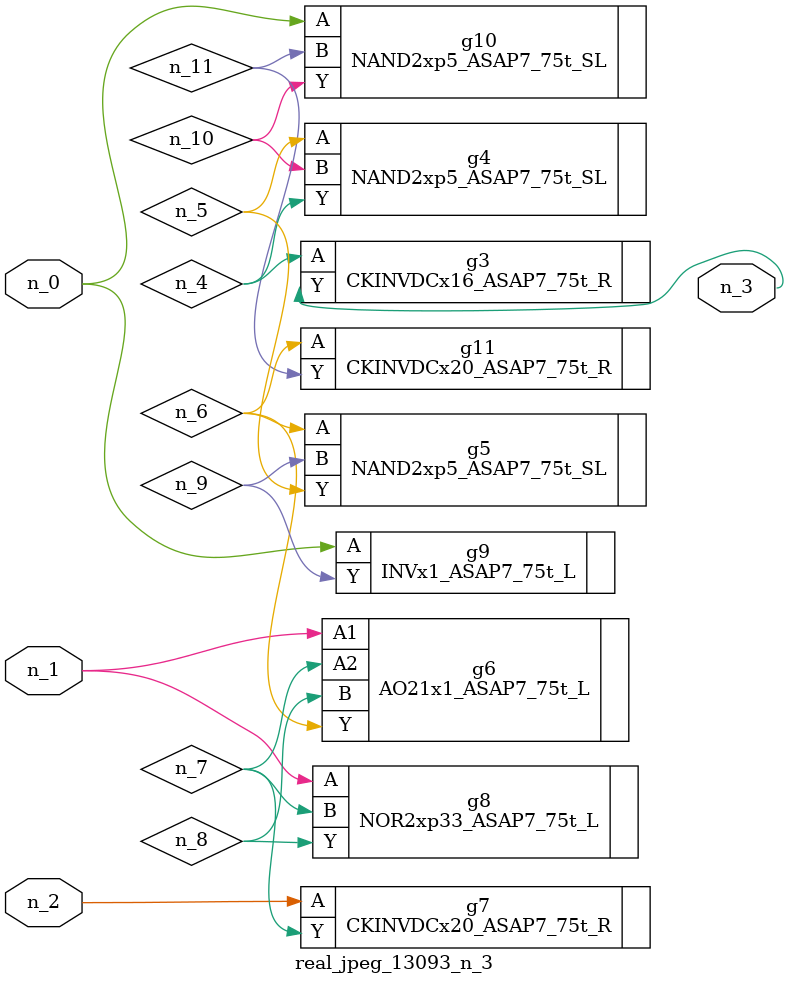
<source format=v>
module real_jpeg_13093_n_3 (n_1, n_0, n_2, n_3);

input n_1;
input n_0;
input n_2;

output n_3;

wire n_5;
wire n_8;
wire n_4;
wire n_11;
wire n_6;
wire n_7;
wire n_10;
wire n_9;

INVx1_ASAP7_75t_L g9 ( 
.A(n_0),
.Y(n_9)
);

NAND2xp5_ASAP7_75t_SL g10 ( 
.A(n_0),
.B(n_11),
.Y(n_10)
);

AO21x1_ASAP7_75t_L g6 ( 
.A1(n_1),
.A2(n_7),
.B(n_8),
.Y(n_6)
);

NOR2xp33_ASAP7_75t_L g8 ( 
.A(n_1),
.B(n_7),
.Y(n_8)
);

CKINVDCx20_ASAP7_75t_R g7 ( 
.A(n_2),
.Y(n_7)
);

CKINVDCx16_ASAP7_75t_R g3 ( 
.A(n_4),
.Y(n_3)
);

NAND2xp5_ASAP7_75t_SL g4 ( 
.A(n_5),
.B(n_10),
.Y(n_4)
);

NAND2xp5_ASAP7_75t_SL g5 ( 
.A(n_6),
.B(n_9),
.Y(n_5)
);

CKINVDCx20_ASAP7_75t_R g11 ( 
.A(n_6),
.Y(n_11)
);


endmodule
</source>
